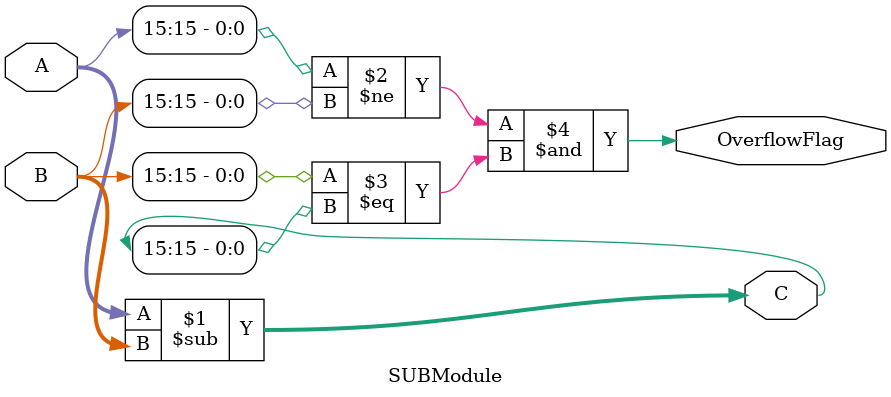
<source format=v>
`include "alu_func.v"

`define data_width 16


module ADDModule(
    A, B,
    C, OverflowFlag
);

input wire [`data_width - 1 : 0] A;
input wire [`data_width - 1 : 0] B;

output wire [`data_width - 1 : 0] C;
output wire OverflowFlag;

assign C=A+B;
assign OverflowFlag = (A[`data_width - 1] == B[`data_width - 1]) & (A[`data_width - 1] != C[`data_width - 1]);

endmodule


module SUBModule(
    A, B,
    C, OverflowFlag
);

input wire [`data_width - 1 : 0] A;
input wire [`data_width - 1 : 0] B;

output wire [`data_width - 1 : 0] C;
output wire OverflowFlag;

assign C=A-B;
assign OverflowFlag = (A[`data_width - 1] != B[`data_width - 1]) & (B[`data_width - 1] == C[`data_width - 1]);

endmodule

</source>
